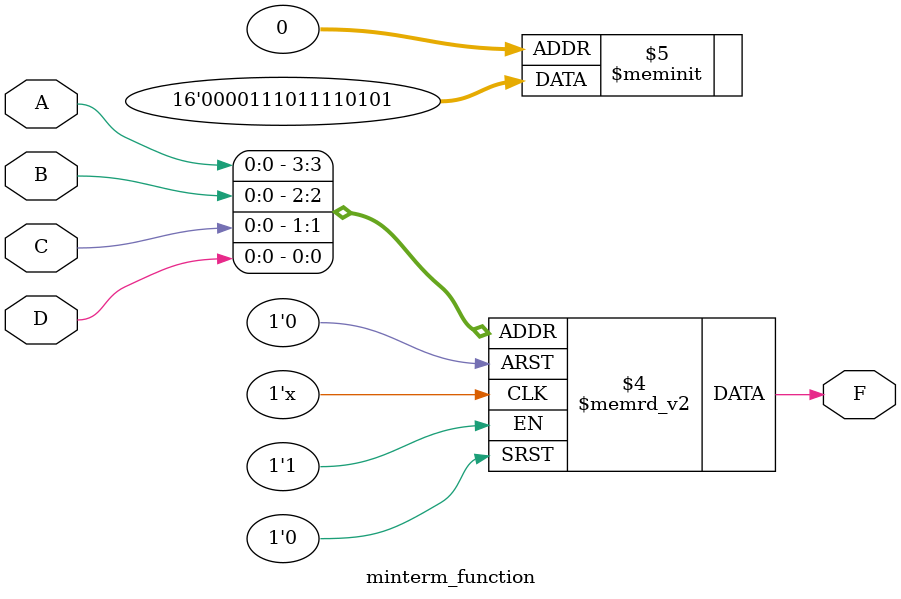
<source format=sv>
module minterm_function(
    input A, B, C, D,
    output reg F
);

always @(A, B, C, D) begin
    case ({A, B, C, D})
        4'b0000, // m0
        4'b0010, // m2
        4'b0100, // m4
        4'b0101, // m5
        4'b0110, // m6
        4'b0111, // m7
        4'b1001, // m9
        4'b1010, // m10
        4'b1011: // m11
            F = 1;
        default: F = 0;
    endcase
end

endmodule

</source>
